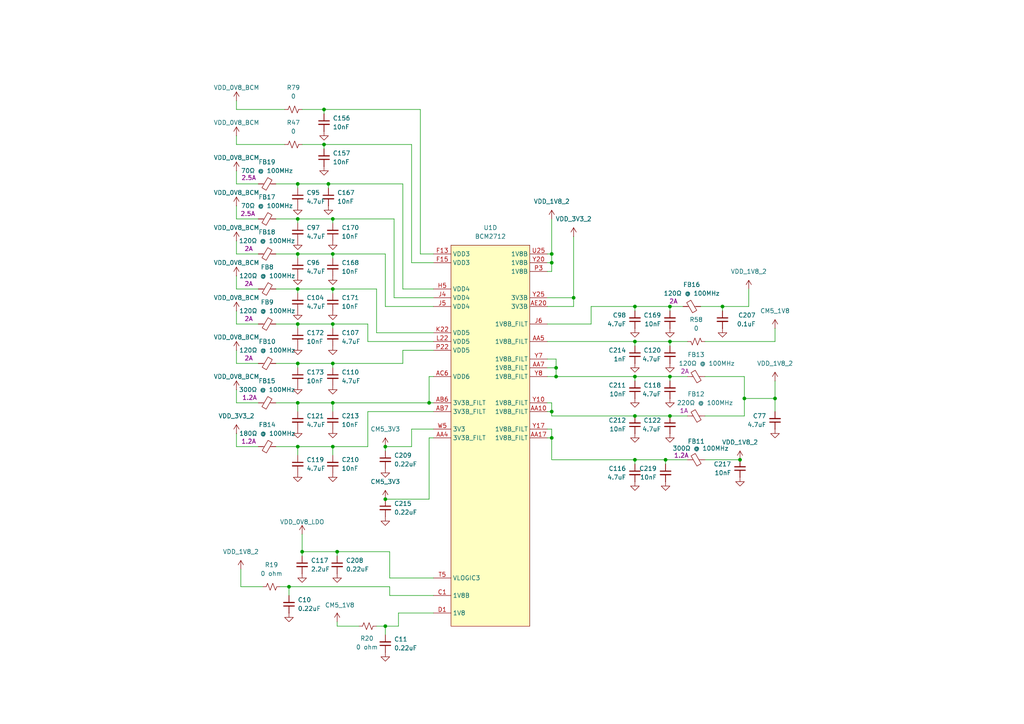
<source format=kicad_sch>
(kicad_sch (version 20250114) (generator "eeschema") (generator_version "9.0")
  (paper "A4")
  (title_block (title "RPi CM5 BCM2712 Other Power") (comment 2 "Guaranteed to be inaccurate") (comment 3 "License: CC BY-SA 4.0 (https://creativecommons.org/licenses/by-sa/4.0/)") (comment 4 "Reverse engineered by Tube Time"))
  (junction (at 184.15 120.65))
  (junction (at 224.79 115.57))
  (junction (at 86.36 105.41))
  (junction (at 209.55 88.9))
  (junction (at 86.36 116.84))
  (junction (at 86.36 129.54))
  (junction (at 93.98 31.75))
  (junction (at 184.15 88.9))
  (junction (at 214.63 133.35))
  (junction (at 184.15 133.35))
  (junction (at 160.02 73.66))
  (junction (at 111.76 129.54))
  (junction (at 86.36 73.66))
  (junction (at 96.52 73.66))
  (junction (at 83.82 170.18))
  (junction (at 97.79 160.02))
  (junction (at 184.15 109.22))
  (junction (at 160.02 119.38))
  (junction (at 111.76 144.78))
  (junction (at 166.37 86.36))
  (junction (at 86.36 53.34))
  (junction (at 96.52 129.54))
  (junction (at 86.36 83.82))
  (junction (at 111.76 181.61))
  (junction (at 93.98 41.91))
  (junction (at 96.52 83.82))
  (junction (at 160.02 127))
  (junction (at 160.02 76.2))
  (junction (at 194.31 99.06))
  (junction (at 161.29 106.68))
  (junction (at 124.46 116.84))
  (junction (at 194.31 109.22))
  (junction (at 184.15 99.06))
  (junction (at 86.36 93.98))
  (junction (at 96.52 105.41))
  (junction (at 161.29 109.22))
  (junction (at 95.25 53.34))
  (junction (at 194.31 88.9))
  (junction (at 215.9 115.57))
  (junction (at 193.04 133.35))
  (junction (at 86.36 63.5))
  (junction (at 96.52 63.5))
  (junction (at 194.31 120.65))
  (junction (at 96.52 116.84))
  (junction (at 96.52 93.98))
  (junction (at 87.63 160.02))
  (wire (pts (xy 80.01 53.34) (xy 86.36 53.34)))
  (wire (pts (xy 109.22 96.52) (xy 109.22 83.82)))
  (wire (pts (xy 106.68 119.38) (xy 125.73 119.38)))
  (wire (pts (xy 215.9 115.57) (xy 215.9 109.22)))
  (wire (pts (xy 194.31 99.06) (xy 184.15 99.06)))
  (wire (pts (xy 194.31 99.06) (xy 194.31 100.33)))
  (wire (pts (xy 86.36 116.84) (xy 86.36 119.38)))
  (wire (pts (xy 194.31 120.65) (xy 184.15 120.65)))
  (wire (pts (xy 68.58 29.21) (xy 68.58 31.75)))
  (wire (pts (xy 193.04 133.35) (xy 193.04 134.62)))
  (wire (pts (xy 111.76 73.66) (xy 96.52 73.66)))
  (wire (pts (xy 81.28 170.18) (xy 83.82 170.18)))
  (wire (pts (xy 115.57 181.61) (xy 115.57 177.8)))
  (wire (pts (xy 194.31 109.22) (xy 194.31 110.49)))
  (wire (pts (xy 119.38 124.46) (xy 125.73 124.46)))
  (wire (pts (xy 158.75 109.22) (xy 161.29 109.22)))
  (wire (pts (xy 158.75 116.84) (xy 160.02 116.84)))
  (wire (pts (xy 68.58 69.85) (xy 68.58 73.66)))
  (wire (pts (xy 160.02 63.5) (xy 160.02 73.66)))
  (wire (pts (xy 86.36 93.98) (xy 86.36 95.25)))
  (wire (pts (xy 68.58 63.5) (xy 74.93 63.5)))
  (wire (pts (xy 83.82 170.18) (xy 83.82 172.72)))
  (wire (pts (xy 194.31 109.22) (xy 184.15 109.22)))
  (wire (pts (xy 93.98 41.91) (xy 119.38 41.91)))
  (wire (pts (xy 97.79 181.61) (xy 104.14 181.61)))
  (wire (pts (xy 68.58 93.98) (xy 74.93 93.98)))
  (wire (pts (xy 68.58 83.82) (xy 74.93 83.82)))
  (wire (pts (xy 93.98 31.75) (xy 121.92 31.75)))
  (wire (pts (xy 199.39 99.06) (xy 194.31 99.06)))
  (wire (pts (xy 96.52 132.08) (xy 96.52 129.54)))
  (wire (pts (xy 158.75 127) (xy 160.02 127)))
  (wire (pts (xy 96.52 93.98) (xy 86.36 93.98)))
  (wire (pts (xy 69.85 165.1) (xy 69.85 170.18)))
  (wire (pts (xy 209.55 88.9) (xy 203.2 88.9)))
  (wire (pts (xy 87.63 160.02) (xy 87.63 161.29)))
  (wire (pts (xy 106.68 129.54) (xy 96.52 129.54)))
  (wire (pts (xy 124.46 109.22) (xy 124.46 116.84)))
  (wire (pts (xy 97.79 160.02) (xy 87.63 160.02)))
  (wire (pts (xy 111.76 181.61) (xy 115.57 181.61)))
  (wire (pts (xy 224.79 95.25) (xy 224.79 99.06)))
  (wire (pts (xy 97.79 161.29) (xy 97.79 160.02)))
  (wire (pts (xy 124.46 127) (xy 125.73 127)))
  (wire (pts (xy 125.73 167.64) (xy 113.03 167.64)))
  (wire (pts (xy 86.36 73.66) (xy 86.36 74.93)))
  (wire (pts (xy 193.04 133.35) (xy 184.15 133.35)))
  (wire (pts (xy 115.57 177.8) (xy 125.73 177.8)))
  (wire (pts (xy 111.76 181.61) (xy 109.22 181.61)))
  (wire (pts (xy 111.76 129.54) (xy 119.38 129.54)))
  (wire (pts (xy 119.38 129.54) (xy 119.38 124.46)))
  (wire (pts (xy 160.02 120.65) (xy 160.02 119.38)))
  (wire (pts (xy 116.84 105.41) (xy 96.52 105.41)))
  (wire (pts (xy 194.31 88.9) (xy 184.15 88.9)))
  (wire (pts (xy 113.03 160.02) (xy 97.79 160.02)))
  (wire (pts (xy 215.9 115.57) (xy 224.79 115.57)))
  (wire (pts (xy 214.63 133.35) (xy 204.47 133.35)))
  (wire (pts (xy 87.63 41.91) (xy 93.98 41.91)))
  (wire (pts (xy 68.58 101.6) (xy 68.58 105.41)))
  (wire (pts (xy 116.84 83.82) (xy 116.84 53.34)))
  (wire (pts (xy 217.17 88.9) (xy 209.55 88.9)))
  (wire (pts (xy 109.22 83.82) (xy 96.52 83.82)))
  (wire (pts (xy 204.47 120.65) (xy 215.9 120.65)))
  (wire (pts (xy 158.75 104.14) (xy 161.29 104.14)))
  (wire (pts (xy 86.36 116.84) (xy 96.52 116.84)))
  (wire (pts (xy 166.37 68.58) (xy 166.37 86.36)))
  (wire (pts (xy 106.68 93.98) (xy 96.52 93.98)))
  (wire (pts (xy 199.39 133.35) (xy 193.04 133.35)))
  (wire (pts (xy 113.03 167.64) (xy 113.03 160.02)))
  (wire (pts (xy 209.55 90.17) (xy 209.55 88.9)))
  (wire (pts (xy 87.63 154.94) (xy 87.63 160.02)))
  (wire (pts (xy 86.36 54.61) (xy 86.36 53.34)))
  (wire (pts (xy 68.58 49.53) (xy 68.58 53.34)))
  (wire (pts (xy 199.39 109.22) (xy 194.31 109.22)))
  (wire (pts (xy 80.01 129.54) (xy 86.36 129.54)))
  (wire (pts (xy 160.02 127) (xy 160.02 133.35)))
  (wire (pts (xy 224.79 99.06) (xy 204.47 99.06)))
  (wire (pts (xy 184.15 90.17) (xy 184.15 88.9)))
  (wire (pts (xy 171.45 88.9) (xy 184.15 88.9)))
  (wire (pts (xy 86.36 106.68) (xy 86.36 105.41)))
  (wire (pts (xy 199.39 120.65) (xy 194.31 120.65)))
  (wire (pts (xy 80.01 116.84) (xy 86.36 116.84)))
  (wire (pts (xy 158.75 99.06) (xy 184.15 99.06)))
  (wire (pts (xy 125.73 83.82) (xy 116.84 83.82)))
  (wire (pts (xy 68.58 41.91) (xy 68.58 39.37)))
  (wire (pts (xy 224.79 110.49) (xy 224.79 115.57)))
  (wire (pts (xy 68.58 125.73) (xy 68.58 129.54)))
  (wire (pts (xy 68.58 73.66) (xy 74.93 73.66)))
  (wire (pts (xy 97.79 180.34) (xy 97.79 181.61)))
  (wire (pts (xy 215.9 120.65) (xy 215.9 115.57)))
  (wire (pts (xy 158.75 88.9) (xy 166.37 88.9)))
  (wire (pts (xy 158.75 78.74) (xy 160.02 78.74)))
  (wire (pts (xy 96.52 106.68) (xy 96.52 105.41)))
  (wire (pts (xy 96.52 73.66) (xy 96.52 74.93)))
  (wire (pts (xy 158.75 76.2) (xy 160.02 76.2)))
  (wire (pts (xy 86.36 73.66) (xy 96.52 73.66)))
  (wire (pts (xy 198.12 88.9) (xy 194.31 88.9)))
  (wire (pts (xy 224.79 115.57) (xy 224.79 119.38)))
  (wire (pts (xy 86.36 105.41) (xy 80.01 105.41)))
  (wire (pts (xy 86.36 129.54) (xy 96.52 129.54)))
  (wire (pts (xy 184.15 100.33) (xy 184.15 99.06)))
  (wire (pts (xy 68.58 113.03) (xy 68.58 116.84)))
  (wire (pts (xy 95.25 54.61) (xy 95.25 53.34)))
  (wire (pts (xy 68.58 105.41) (xy 74.93 105.41)))
  (wire (pts (xy 68.58 90.17) (xy 68.58 93.98)))
  (wire (pts (xy 160.02 120.65) (xy 184.15 120.65)))
  (wire (pts (xy 166.37 86.36) (xy 166.37 88.9)))
  (wire (pts (xy 184.15 110.49) (xy 184.15 109.22)))
  (wire (pts (xy 80.01 63.5) (xy 86.36 63.5)))
  (wire (pts (xy 125.73 109.22) (xy 124.46 109.22)))
  (wire (pts (xy 217.17 83.82) (xy 217.17 88.9)))
  (wire (pts (xy 93.98 41.91) (xy 93.98 43.18)))
  (wire (pts (xy 68.58 53.34) (xy 74.93 53.34)))
  (wire (pts (xy 111.76 129.54) (xy 111.76 130.81)))
  (wire (pts (xy 111.76 144.78) (xy 124.46 144.78)))
  (wire (pts (xy 158.75 124.46) (xy 160.02 124.46)))
  (wire (pts (xy 113.03 170.18) (xy 83.82 170.18)))
  (wire (pts (xy 160.02 76.2) (xy 160.02 73.66)))
  (wire (pts (xy 125.73 96.52) (xy 109.22 96.52)))
  (wire (pts (xy 119.38 76.2) (xy 125.73 76.2)))
  (wire (pts (xy 96.52 64.77) (xy 96.52 63.5)))
  (wire (pts (xy 204.47 109.22) (xy 215.9 109.22)))
  (wire (pts (xy 121.92 31.75) (xy 121.92 73.66)))
  (wire (pts (xy 160.02 133.35) (xy 184.15 133.35)))
  (wire (pts (xy 160.02 78.74) (xy 160.02 76.2)))
  (wire (pts (xy 87.63 31.75) (xy 93.98 31.75)))
  (wire (pts (xy 80.01 83.82) (xy 86.36 83.82)))
  (wire (pts (xy 184.15 134.62) (xy 184.15 133.35)))
  (wire (pts (xy 125.73 101.6) (xy 116.84 101.6)))
  (wire (pts (xy 171.45 93.98) (xy 171.45 88.9)))
  (wire (pts (xy 116.84 53.34) (xy 95.25 53.34)))
  (wire (pts (xy 111.76 88.9) (xy 111.76 73.66)))
  (wire (pts (xy 69.85 170.18) (xy 76.2 170.18)))
  (wire (pts (xy 106.68 129.54) (xy 106.68 119.38)))
  (wire (pts (xy 113.03 172.72) (xy 113.03 170.18)))
  (wire (pts (xy 114.3 86.36) (xy 125.73 86.36)))
  (wire (pts (xy 121.92 73.66) (xy 125.73 73.66)))
  (wire (pts (xy 96.52 95.25) (xy 96.52 93.98)))
  (wire (pts (xy 68.58 59.69) (xy 68.58 63.5)))
  (wire (pts (xy 80.01 73.66) (xy 86.36 73.66)))
  (wire (pts (xy 68.58 80.01) (xy 68.58 83.82)))
  (wire (pts (xy 86.36 83.82) (xy 96.52 83.82)))
  (wire (pts (xy 161.29 104.14) (xy 161.29 106.68)))
  (wire (pts (xy 96.52 116.84) (xy 124.46 116.84)))
  (wire (pts (xy 116.84 101.6) (xy 116.84 105.41)))
  (wire (pts (xy 68.58 41.91) (xy 82.55 41.91)))
  (wire (pts (xy 68.58 31.75) (xy 82.55 31.75)))
  (wire (pts (xy 96.52 85.09) (xy 96.52 83.82)))
  (wire (pts (xy 125.73 88.9) (xy 111.76 88.9)))
  (wire (pts (xy 96.52 119.38) (xy 96.52 116.84)))
  (wire (pts (xy 125.73 172.72) (xy 113.03 172.72)))
  (wire (pts (xy 158.75 119.38) (xy 160.02 119.38)))
  (wire (pts (xy 119.38 41.91) (xy 119.38 76.2)))
  (wire (pts (xy 111.76 184.15) (xy 111.76 181.61)))
  (wire (pts (xy 86.36 53.34) (xy 95.25 53.34)))
  (wire (pts (xy 86.36 83.82) (xy 86.36 85.09)))
  (wire (pts (xy 161.29 106.68) (xy 158.75 106.68)))
  (wire (pts (xy 96.52 105.41) (xy 86.36 105.41)))
  (wire (pts (xy 158.75 93.98) (xy 171.45 93.98)))
  (wire (pts (xy 194.31 88.9) (xy 194.31 90.17)))
  (wire (pts (xy 106.68 99.06) (xy 106.68 93.98)))
  (wire (pts (xy 86.36 63.5) (xy 96.52 63.5)))
  (wire (pts (xy 68.58 129.54) (xy 74.93 129.54)))
  (wire (pts (xy 86.36 129.54) (xy 86.36 132.08)))
  (wire (pts (xy 86.36 63.5) (xy 86.36 64.77)))
  (wire (pts (xy 125.73 99.06) (xy 106.68 99.06)))
  (wire (pts (xy 160.02 73.66) (xy 158.75 73.66)))
  (wire (pts (xy 160.02 124.46) (xy 160.02 127)))
  (wire (pts (xy 80.01 93.98) (xy 86.36 93.98)))
  (wire (pts (xy 161.29 109.22) (xy 184.15 109.22)))
  (wire (pts (xy 114.3 63.5) (xy 114.3 86.36)))
  (wire (pts (xy 161.29 106.68) (xy 161.29 109.22)))
  (wire (pts (xy 68.58 116.84) (xy 74.93 116.84)))
  (wire (pts (xy 124.46 116.84) (xy 125.73 116.84)))
  (wire (pts (xy 160.02 116.84) (xy 160.02 119.38)))
  (wire (pts (xy 158.75 86.36) (xy 166.37 86.36)))
  (wire (pts (xy 96.52 63.5) (xy 114.3 63.5)))
  (wire (pts (xy 93.98 31.75) (xy 93.98 33.02)))
  (wire (pts (xy 124.46 144.78) (xy 124.46 127)))
  (symbol (lib_id "Device:FerriteBead_Small") (at 200.66 88.9 90) (mirror x) (unit 1)
    (property "Reference" "FB16" (at 200.6219 82.55 90))
    (property "Value" "120Ω @ 100MHz" (at 200.6219 85.09 90))
    (property "Footprint" "Inductor_SMD:L_0402_1005Metric" (effects (hide yes)))
    (property "Description" "Ferrite bead, small symbol" (effects (hide yes)))
    (property "Rating" "2A" (at 195.326 87.376 90))
  )
  (symbol (lib_id "power:GND") (at 83.82 177.8 0) (unit 1)
    (property "Reference" "#PWR0311" (effects (hide yes)))
    (property "Value" "GND" (effects (hide yes)))
    (property "Description" "Power symbol creates a global label with name \"GND\" , ground" (effects (hide yes)))
  )
  (symbol (lib_id "power:GND") (at 96.52 80.01 0) (unit 1)
    (property "Reference" "#PWR0282" (effects (hide yes)))
    (property "Value" "GND" (effects (hide yes)))
    (property "Description" "Power symbol creates a global label with name \"GND\" , ground" (effects (hide yes)))
  )
  (symbol (lib_id "power:GND") (at 184.15 95.25 0) (mirror y) (unit 1)
    (property "Reference" "#PWR0286" (effects (hide yes)))
    (property "Value" "GND" (effects (hide yes)))
    (property "Description" "Power symbol creates a global label with name \"GND\" , ground" (effects (hide yes)))
  )
  (symbol (lib_id "Device:C_Small") (at 86.36 87.63 180) (unit 1)
    (property "Reference" "C104" (at 88.9 86.3535 0) (effects (justify right)))
    (property "Value" "4.7uF" (at 88.9 88.8935 0) (effects (justify right)))
    (property "Footprint" "Capacitor_SMD:C_0402_1005Metric" (effects (hide yes)))
  )
  (symbol (lib_id "Device:C_Small") (at 96.52 77.47 0) (unit 1)
    (property "Reference" "C168" (at 99.06 76.2062 0) (effects (justify left)))
    (property "Value" "10nF" (at 99.06 78.7462 0) (effects (justify left)))
    (property "Footprint" "Capacitor_SMD:C_0201_0603Metric" (effects (hide yes)))
  )
  (symbol (lib_id "power:GND") (at 194.31 125.73 0) (mirror y) (unit 1)
    (property "Reference" "#PWR0295" (effects (hide yes)))
    (property "Value" "GND" (effects (hide yes)))
    (property "Description" "Power symbol creates a global label with name \"GND\" , ground" (effects (hide yes)))
  )
  (symbol (lib_id "power:GND") (at 86.36 59.69 0) (unit 1)
    (property "Reference" "#PWR0279" (effects (hide yes)))
    (property "Value" "GND" (effects (hide yes)))
    (property "Description" "Power symbol creates a global label with name \"GND\" , ground" (effects (hide yes)))
  )
  (symbol (lib_id "power:GND") (at 86.36 69.85 0) (unit 1)
    (property "Reference" "#PWR0283" (effects (hide yes)))
    (property "Value" "GND" (effects (hide yes)))
    (property "Description" "Power symbol creates a global label with name \"GND\" , ground" (effects (hide yes)))
  )
  (symbol (lib_id "Device:C_Small") (at 184.15 123.19 0) (mirror x) (unit 1)
    (property "Reference" "C212" (at 181.61 121.9135 0) (effects (justify right)))
    (property "Value" "10nF" (at 181.61 124.4535 0) (effects (justify right)))
    (property "Footprint" "Capacitor_SMD:C_0201_0603Metric" (effects (hide yes)))
  )
  (symbol (lib_id "power:+5V") (at 160.02 63.5 0) (unit 1)
    (property "Reference" "#PWR0452" (effects (hide yes)))
    (property "Value" "VDD_1V8_2" (at 160.02 58.42 0))
    (property "Description" "Power symbol creates a global label with name \"+5V\"" (effects (hide yes)))
  )
  (symbol (lib_id "Device:C_Small") (at 93.98 45.72 180) (unit 1)
    (property "Reference" "C157" (at 96.52 44.4435 0) (effects (justify right)))
    (property "Value" "10nF" (at 96.52 46.9835 0) (effects (justify right)))
    (property "Footprint" "Capacitor_SMD:C_0201_0603Metric" (effects (hide yes)))
  )
  (symbol (lib_id "Device:C_Small") (at 96.52 67.31 180) (unit 1)
    (property "Reference" "C170" (at 99.06 66.0335 0) (effects (justify right)))
    (property "Value" "10nF" (at 99.06 68.5735 0) (effects (justify right)))
    (property "Footprint" "Capacitor_SMD:C_0201_0603Metric" (effects (hide yes)))
  )
  (symbol (lib_id "power:GND") (at 86.36 80.01 0) (unit 1)
    (property "Reference" "#PWR0281" (effects (hide yes)))
    (property "Value" "GND" (effects (hide yes)))
    (property "Description" "Power symbol creates a global label with name \"GND\" , ground" (effects (hide yes)))
  )
  (symbol (lib_id "Device:C_Small") (at 86.36 109.22 0) (unit 1)
    (property "Reference" "C173" (at 88.9 107.9562 0) (effects (justify left)))
    (property "Value" "10nF" (at 88.9 110.4962 0) (effects (justify left)))
    (property "Footprint" "Capacitor_SMD:C_0201_0603Metric" (effects (hide yes)))
  )
  (symbol (lib_id "Device:C_Small") (at 96.52 109.22 0) (unit 1)
    (property "Reference" "C110" (at 99.06 107.9562 0) (effects (justify left)))
    (property "Value" "4.7uF" (at 99.06 110.4962 0) (effects (justify left)))
    (property "Footprint" "Capacitor_SMD:C_0402_1005Metric" (effects (hide yes)))
  )
  (symbol (lib_id "power:+5V") (at 68.58 113.03 0) (unit 1)
    (property "Reference" "#PWR0305" (effects (hide yes)))
    (property "Value" "VDD_0V8_BCM" (at 68.58 109.22 0))
    (property "Description" "Power symbol creates a global label with name \"+5V\"" (effects (hide yes)))
  )
  (symbol (lib_id "power:+5V") (at 68.58 101.6 0) (unit 1)
    (property "Reference" "#PWR0271" (effects (hide yes)))
    (property "Value" "VDD_0V8_BCM" (at 68.58 97.79 0))
    (property "Description" "Power symbol creates a global label with name \"+5V\"" (effects (hide yes)))
  )
  (symbol (lib_id "power:+5V") (at 68.58 59.69 0) (unit 1)
    (property "Reference" "#PWR0278" (effects (hide yes)))
    (property "Value" "VDD_0V8_BCM" (at 68.58 55.88 0))
    (property "Description" "Power symbol creates a global label with name \"+5V\"" (effects (hide yes)))
  )
  (symbol (lib_id "power:GND") (at 194.31 105.41 0) (mirror y) (unit 1)
    (property "Reference" "#PWR0299" (effects (hide yes)))
    (property "Value" "GND" (effects (hide yes)))
    (property "Description" "Power symbol creates a global label with name \"GND\" , ground" (effects (hide yes)))
  )
  (symbol (lib_id "power:GND") (at 96.52 111.76 0) (unit 1)
    (property "Reference" "#PWR0273" (effects (hide yes)))
    (property "Value" "GND" (effects (hide yes)))
    (property "Description" "Power symbol creates a global label with name \"GND\" , ground" (effects (hide yes)))
  )
  (symbol (lib_id "Device:C_Small") (at 184.15 137.16 0) (mirror y) (unit 1)
    (property "Reference" "C116" (at 181.61 135.8962 0) (effects (justify left)))
    (property "Value" "4.7uF" (at 181.61 138.4362 0) (effects (justify left)))
    (property "Footprint" "Capacitor_SMD:C_0402_1005Metric" (effects (hide yes)))
  )
  (symbol (lib_id "power:+5V") (at 68.58 39.37 0) (unit 1)
    (property "Reference" "#PWR0429" (effects (hide yes)))
    (property "Value" "VDD_0V8_BCM" (at 68.58 35.56 0))
    (property "Description" "Power symbol creates a global label with name \"+5V\"" (effects (hide yes)))
  )
  (symbol (lib_id "power:GND") (at 96.52 69.85 0) (unit 1)
    (property "Reference" "#PWR0284" (effects (hide yes)))
    (property "Value" "GND" (effects (hide yes)))
    (property "Description" "Power symbol creates a global label with name \"GND\" , ground" (effects (hide yes)))
  )
  (symbol (lib_id "Device:C_Small") (at 86.36 134.62 0) (unit 1)
    (property "Reference" "C119" (at 88.9 133.3562 0) (effects (justify left)))
    (property "Value" "4.7uF" (at 88.9 135.8962 0) (effects (justify left)))
    (property "Footprint" "Capacitor_SMD:C_0402_1005Metric" (effects (hide yes)))
  )
  (symbol (lib_id "Device:C_Small") (at 86.36 97.79 0) (unit 1)
    (property "Reference" "C172" (at 88.9 96.5262 0) (effects (justify left)))
    (property "Value" "10nF" (at 88.9 99.0662 0) (effects (justify left)))
    (property "Footprint" "Capacitor_SMD:C_0201_0603Metric" (effects (hide yes)))
  )
  (symbol (lib_id "power:GND") (at 96.52 90.17 0) (unit 1)
    (property "Reference" "#PWR0266" (effects (hide yes)))
    (property "Value" "GND" (effects (hide yes)))
    (property "Description" "Power symbol creates a global label with name \"GND\" , ground" (effects (hide yes)))
  )
  (symbol (lib_id "power:GND") (at 193.04 139.7 0) (mirror y) (unit 1)
    (property "Reference" "#PWR0211" (effects (hide yes)))
    (property "Value" "GND" (effects (hide yes)))
    (property "Description" "Power symbol creates a global label with name \"GND\" , ground" (effects (hide yes)))
  )
  (symbol (lib_id "power:GND") (at 96.52 124.46 0) (unit 1)
    (property "Reference" "#PWR0298" (effects (hide yes)))
    (property "Value" "GND" (effects (hide yes)))
    (property "Description" "Power symbol creates a global label with name \"GND\" , ground" (effects (hide yes)))
  )
  (symbol (lib_id "Device:C_Small") (at 214.63 135.89 0) (mirror x) (unit 1)
    (property "Reference" "C217" (at 212.09 134.6135 0) (effects (justify right)))
    (property "Value" "10nF" (at 212.09 137.1535 0) (effects (justify right)))
    (property "Footprint" "Capacitor_SMD:C_0201_0603Metric" (effects (hide yes)))
  )
  (symbol (lib_id "CM5:BCM2712") (at 130.81 71.12 0) (unit 4)
    (property "Reference" "U1" (at 142.24 66.04 0))
    (property "Value" "BCM2712" (at 142.24 68.58 0))
    (property "Footprint" "Active:BGA-586_25x25_17.0x17.0mm" (effects (hide yes)))
  )
  (symbol (lib_id "power:+5V") (at 87.63 154.94 0) (unit 1)
    (property "Reference" "#PWR0425" (effects (hide yes)))
    (property "Value" "VDD_0V8_LDO" (at 87.63 151.384 0))
    (property "Description" "Power symbol creates a global label with name \"+5V\"" (effects (hide yes)))
  )
  (symbol (lib_id "Device:C_Small") (at 95.25 57.15 0) (unit 1)
    (property "Reference" "C167" (at 97.79 55.8862 0) (effects (justify left)))
    (property "Value" "10nF" (at 97.79 58.4262 0) (effects (justify left)))
    (property "Footprint" "Capacitor_SMD:C_0201_0603Metric" (effects (hide yes)))
  )
  (symbol (lib_id "Device:C_Small") (at 86.36 121.92 0) (unit 1)
    (property "Reference" "C121" (at 88.9 120.6562 0) (effects (justify left)))
    (property "Value" "4.7uF" (at 88.9 123.1962 0) (effects (justify left)))
    (property "Footprint" "Capacitor_SMD:C_0402_1005Metric" (effects (hide yes)))
  )
  (symbol (lib_id "power:GND") (at 194.31 95.25 0) (mirror y) (unit 1)
    (property "Reference" "#PWR0285" (effects (hide yes)))
    (property "Value" "GND" (effects (hide yes)))
    (property "Description" "Power symbol creates a global label with name \"GND\" , ground" (effects (hide yes)))
  )
  (symbol (lib_id "power:GND") (at 93.98 38.1 0) (unit 1)
    (property "Reference" "#PWR0360" (effects (hide yes)))
    (property "Value" "GND" (effects (hide yes)))
    (property "Description" "Power symbol creates a global label with name \"GND\" , ground" (effects (hide yes)))
  )
  (symbol (lib_id "power:GND") (at 86.36 90.17 0) (unit 1)
    (property "Reference" "#PWR0265" (effects (hide yes)))
    (property "Value" "GND" (effects (hide yes)))
    (property "Description" "Power symbol creates a global label with name \"GND\" , ground" (effects (hide yes)))
  )
  (symbol (lib_id "power:GND") (at 194.31 115.57 0) (mirror y) (unit 1)
    (property "Reference" "#PWR0293" (effects (hide yes)))
    (property "Value" "GND" (effects (hide yes)))
    (property "Description" "Power symbol creates a global label with name \"GND\" , ground" (effects (hide yes)))
  )
  (symbol (lib_id "power:+3.3V") (at 111.76 129.54 0) (unit 1)
    (property "Reference" "#PWR0301" (effects (hide yes)))
    (property "Value" "CM5_3V3" (at 111.76 124.46 0))
    (property "Description" "Power symbol creates a global label with name \"+3.3V\"" (effects (hide yes)))
  )
  (symbol (lib_id "power:GND") (at 209.55 95.25 0) (mirror y) (unit 1)
    (property "Reference" "#PWR0287" (effects (hide yes)))
    (property "Value" "GND" (effects (hide yes)))
    (property "Description" "Power symbol creates a global label with name \"GND\" , ground" (effects (hide yes)))
  )
  (symbol (lib_id "Device:FerriteBead_Small") (at 201.93 109.22 90) (mirror x) (unit 1)
    (property "Reference" "FB13" (at 201.8919 102.87 90))
    (property "Value" "120Ω @ 100MHz" (at 204.978 105.41 90))
    (property "Footprint" "Inductor_SMD:L_0402_1005Metric" (effects (hide yes)))
    (property "Description" "Ferrite bead, small symbol" (effects (hide yes)))
    (property "Rating" "2A" (at 198.628 107.696 90))
  )
  (symbol (lib_id "power:+5V") (at 224.79 110.49 0) (mirror y) (unit 1)
    (property "Reference" "#PWR0307" (effects (hide yes)))
    (property "Value" "VDD_1V8_2" (at 224.79 105.41 0))
    (property "Description" "Power symbol creates a global label with name \"+5V\"" (effects (hide yes)))
  )
  (symbol (lib_id "Device:C_Small") (at 184.15 113.03 0) (mirror x) (unit 1)
    (property "Reference" "C211" (at 181.61 111.7535 0) (effects (justify right)))
    (property "Value" "10nF" (at 181.61 114.2935 0) (effects (justify right)))
    (property "Footprint" "Capacitor_SMD:C_0201_0603Metric" (effects (hide yes)))
  )
  (symbol (lib_id "Device:C_Small") (at 194.31 113.03 0) (mirror x) (unit 1)
    (property "Reference" "C118" (at 191.77 111.7535 0) (effects (justify right)))
    (property "Value" "4.7uF" (at 191.77 114.2935 0) (effects (justify right)))
    (property "Footprint" "Capacitor_SMD:C_0402_1005Metric" (effects (hide yes)))
  )
  (symbol (lib_id "Device:C_Small") (at 184.15 102.87 0) (mirror y) (unit 1)
    (property "Reference" "C214" (at 181.61 101.6062 0) (effects (justify left)))
    (property "Value" "1nF" (at 181.61 104.1462 0) (effects (justify left)))
    (property "Footprint" "Capacitor_SMD:C_0201_0603Metric" (effects (hide yes)))
  )
  (symbol (lib_id "power:GND") (at 86.36 137.16 0) (unit 1)
    (property "Reference" "#PWR0296" (effects (hide yes)))
    (property "Value" "GND" (effects (hide yes)))
    (property "Description" "Power symbol creates a global label with name \"GND\" , ground" (effects (hide yes)))
  )
  (symbol (lib_id "Device:C_Small") (at 194.31 92.71 0) (mirror x) (unit 1)
    (property "Reference" "C169" (at 191.77 91.4335 0) (effects (justify right)))
    (property "Value" "10nF" (at 191.77 93.9735 0) (effects (justify right)))
    (property "Footprint" "Capacitor_SMD:C_0201_0603Metric" (effects (hide yes)))
  )
  (symbol (lib_id "Device:R_Small_US") (at 201.93 99.06 90) (mirror x) (unit 1)
    (property "Reference" "R58" (at 201.93 92.71 90))
    (property "Value" "0" (at 201.93 95.25 90))
    (property "Footprint" "Resistor_SMD:R_0201_0603Metric" (effects (hide yes)))
  )
  (symbol (lib_id "power:GND") (at 111.76 149.86 0) (unit 1)
    (property "Reference" "#PWR0303" (effects (hide yes)))
    (property "Value" "GND" (effects (hide yes)))
    (property "Description" "Power symbol creates a global label with name \"GND\" , ground" (effects (hide yes)))
  )
  (symbol (lib_id "Device:C_Small") (at 86.36 77.47 180) (unit 1)
    (property "Reference" "C96" (at 88.9 76.1935 0) (effects (justify right)))
    (property "Value" "4.7uF" (at 88.9 78.7335 0) (effects (justify right)))
    (property "Footprint" "Capacitor_SMD:C_0402_1005Metric" (effects (hide yes)))
  )
  (symbol (lib_id "power:+5V") (at 69.85 165.1 0) (unit 1)
    (property "Reference" "#PWR0310" (effects (hide yes)))
    (property "Value" "VDD_1V8_2" (at 69.85 160.02 0))
    (property "Description" "Power symbol creates a global label with name \"+5V\"" (effects (hide yes)))
  )
  (symbol (lib_id "Device:C_Small") (at 93.98 35.56 0) (unit 1)
    (property "Reference" "C156" (at 96.52 34.2962 0) (effects (justify left)))
    (property "Value" "10nF" (at 96.52 36.8362 0) (effects (justify left)))
    (property "Footprint" "Capacitor_SMD:C_0201_0603Metric" (effects (hide yes)))
  )
  (symbol (lib_id "power:GND") (at 224.79 124.46 0) (mirror y) (unit 1)
    (property "Reference" "#PWR0309" (effects (hide yes)))
    (property "Value" "GND" (effects (hide yes)))
    (property "Description" "Power symbol creates a global label with name \"GND\" , ground" (effects (hide yes)))
  )
  (symbol (lib_id "Device:R_Small_US") (at 85.09 31.75 270) (unit 1)
    (property "Reference" "R79" (at 85.09 25.4 90))
    (property "Value" "0" (at 85.09 27.94 90))
    (property "Footprint" "Resistor_SMD:R_0201_0603Metric" (effects (hide yes)))
  )
  (symbol (lib_id "Device:FerriteBead_Small") (at 77.47 63.5 90) (unit 1)
    (property "Reference" "FB17" (at 77.4319 57.15 90))
    (property "Value" "70Ω @ 100MHz" (at 77.4319 59.69 90))
    (property "Footprint" "Inductor_SMD:L_0402_1005Metric" (effects (hide yes)))
    (property "Description" "Ferrite bead, small symbol" (effects (hide yes)))
    (property "Rating" "2.5A" (at 71.882 61.976 90))
  )
  (symbol (lib_id "Device:C_Small") (at 111.76 133.35 0) (unit 1)
    (property "Reference" "C209" (at 114.3 132.0862 0) (effects (justify left)))
    (property "Value" "0.22uF" (at 114.3 134.6262 0) (effects (justify left)))
    (property "Footprint" "Capacitor_SMD:C_0201_0603Metric" (effects (hide yes)))
  )
  (symbol (lib_id "power:+3.3V") (at 111.76 144.78 0) (unit 1)
    (property "Reference" "#PWR0302" (effects (hide yes)))
    (property "Value" "CM5_3V3" (at 111.76 139.7 0))
    (property "Description" "Power symbol creates a global label with name \"+3.3V\"" (effects (hide yes)))
  )
  (symbol (lib_id "power:+5V") (at 224.79 95.25 0) (mirror y) (unit 1)
    (property "Reference" "#PWR0304" (effects (hide yes)))
    (property "Value" "CM5_1V8" (at 224.79 90.17 0))
    (property "Description" "Power symbol creates a global label with name \"+5V\"" (effects (hide yes)))
  )
  (symbol (lib_id "power:GND") (at 86.36 100.33 0) (unit 1)
    (property "Reference" "#PWR0269" (effects (hide yes)))
    (property "Value" "GND" (effects (hide yes)))
    (property "Description" "Power symbol creates a global label with name \"GND\" , ground" (effects (hide yes)))
  )
  (symbol (lib_id "Device:C_Small") (at 97.79 163.83 0) (unit 1)
    (property "Reference" "C208" (at 100.33 162.5662 0) (effects (justify left)))
    (property "Value" "0.22uF" (at 100.33 165.1062 0) (effects (justify left)))
    (property "Footprint" "Capacitor_SMD:C_0201_0603Metric" (effects (hide yes)))
  )
  (symbol (lib_id "power:GND") (at 93.98 48.26 0) (unit 1)
    (property "Reference" "#PWR0352" (effects (hide yes)))
    (property "Value" "GND" (effects (hide yes)))
    (property "Description" "Power symbol creates a global label with name \"GND\" , ground" (effects (hide yes)))
  )
  (symbol (lib_id "Device:FerriteBead_Small") (at 77.47 93.98 270) (unit 1)
    (property "Reference" "FB9" (at 77.5081 87.63 90))
    (property "Value" "120Ω @ 100MHz" (at 77.5081 90.17 90))
    (property "Footprint" "Inductor_SMD:L_0402_1005Metric" (effects (hide yes)))
    (property "Description" "Ferrite bead, small symbol" (effects (hide yes)))
    (property "Rating" "2A" (at 72.136 92.456 90))
  )
  (symbol (lib_id "Device:C_Small") (at 111.76 147.32 0) (unit 1)
    (property "Reference" "C215" (at 114.3 146.0562 0) (effects (justify left)))
    (property "Value" "0.22uF" (at 114.3 148.5962 0) (effects (justify left)))
    (property "Footprint" "Capacitor_SMD:C_0201_0603Metric" (effects (hide yes)))
  )
  (symbol (lib_id "power:+5V") (at 217.17 83.82 0) (mirror y) (unit 1)
    (property "Reference" "#PWR0308" (effects (hide yes)))
    (property "Value" "VDD_1V8_2" (at 217.17 78.74 0))
    (property "Description" "Power symbol creates a global label with name \"+5V\"" (effects (hide yes)))
  )
  (symbol (lib_id "Device:C_Small") (at 83.82 175.26 180) (unit 1)
    (property "Reference" "C10" (at 86.36 173.9835 0) (effects (justify right)))
    (property "Value" "0.22uF" (at 86.36 176.5235 0) (effects (justify right)))
    (property "Footprint" "Capacitor_SMD:C_0201_0603Metric" (effects (hide yes)))
  )
  (symbol (lib_id "power:GND") (at 214.63 138.43 0) (mirror y) (unit 1)
    (property "Reference" "#PWR0210" (effects (hide yes)))
    (property "Value" "GND" (effects (hide yes)))
    (property "Description" "Power symbol creates a global label with name \"GND\" , ground" (effects (hide yes)))
  )
  (symbol (lib_id "power:+5V") (at 68.58 125.73 0) (unit 1)
    (property "Reference" "#PWR0306" (effects (hide yes)))
    (property "Value" "VDD_3V3_2" (at 68.58 120.65 0))
    (property "Description" "Power symbol creates a global label with name \"+5V\"" (effects (hide yes)))
  )
  (symbol (lib_id "power:+5V") (at 68.58 90.17 0) (unit 1)
    (property "Reference" "#PWR0268" (effects (hide yes)))
    (property "Value" "VDD_0V8_BCM" (at 68.58 86.36 0))
    (property "Description" "Power symbol creates a global label with name \"+5V\"" (effects (hide yes)))
  )
  (symbol (lib_id "power:+5V") (at 68.58 69.85 0) (unit 1)
    (property "Reference" "#PWR0277" (effects (hide yes)))
    (property "Value" "VDD_0V8_BCM" (at 68.58 66.04 0))
    (property "Description" "Power symbol creates a global label with name \"+5V\"" (effects (hide yes)))
  )
  (symbol (lib_id "Device:C_Small") (at 96.52 134.62 180) (unit 1)
    (property "Reference" "C210" (at 99.06 133.3435 0) (effects (justify right)))
    (property "Value" "10nF" (at 99.06 135.8835 0) (effects (justify right)))
    (property "Footprint" "Capacitor_SMD:C_0201_0603Metric" (effects (hide yes)))
  )
  (symbol (lib_id "power:GND") (at 86.36 124.46 0) (unit 1)
    (property "Reference" "#PWR0297" (effects (hide yes)))
    (property "Value" "GND" (effects (hide yes)))
    (property "Description" "Power symbol creates a global label with name \"GND\" , ground" (effects (hide yes)))
  )
  (symbol (lib_id "Device:FerriteBead_Small") (at 77.47 105.41 270) (unit 1)
    (property "Reference" "FB10" (at 77.5081 99.06 90))
    (property "Value" "120Ω @ 100MHz" (at 77.5081 101.6 90))
    (property "Footprint" "Inductor_SMD:L_0402_1005Metric" (effects (hide yes)))
    (property "Description" "Ferrite bead, small symbol" (effects (hide yes)))
    (property "Rating" "2A" (at 72.136 103.886 90))
  )
  (symbol (lib_id "Device:C_Small") (at 194.31 123.19 0) (mirror y) (unit 1)
    (property "Reference" "C122" (at 191.77 121.9262 0) (effects (justify left)))
    (property "Value" "4.7uF" (at 191.77 124.4662 0) (effects (justify left)))
    (property "Footprint" "Capacitor_SMD:C_0402_1005Metric" (effects (hide yes)))
  )
  (symbol (lib_id "Device:C_Small") (at 224.79 121.92 0) (mirror x) (unit 1)
    (property "Reference" "C77" (at 222.25 120.6435 0) (effects (justify right)))
    (property "Value" "4.7uF" (at 222.25 123.1835 0) (effects (justify right)))
    (property "Footprint" "Capacitor_SMD:C_0402_1005Metric" (effects (hide yes)))
  )
  (symbol (lib_id "power:GND") (at 184.15 115.57 0) (mirror y) (unit 1)
    (property "Reference" "#PWR0292" (effects (hide yes)))
    (property "Value" "GND" (effects (hide yes)))
    (property "Description" "Power symbol creates a global label with name \"GND\" , ground" (effects (hide yes)))
  )
  (symbol (lib_id "power:GND") (at 111.76 135.89 0) (unit 1)
    (property "Reference" "#PWR0290" (effects (hide yes)))
    (property "Value" "GND" (effects (hide yes)))
    (property "Description" "Power symbol creates a global label with name \"GND\" , ground" (effects (hide yes)))
  )
  (symbol (lib_id "power:GND") (at 95.25 59.69 0) (unit 1)
    (property "Reference" "#PWR0280" (effects (hide yes)))
    (property "Value" "GND" (effects (hide yes)))
    (property "Description" "Power symbol creates a global label with name \"GND\" , ground" (effects (hide yes)))
  )
  (symbol (lib_id "Device:C_Small") (at 111.76 186.69 180) (unit 1)
    (property "Reference" "C11" (at 114.3 185.4135 0) (effects (justify right)))
    (property "Value" "0.22uF" (at 114.3 187.9535 0) (effects (justify right)))
    (property "Footprint" "Capacitor_SMD:C_0201_0603Metric" (effects (hide yes)))
  )
  (symbol (lib_id "power:GND") (at 184.15 125.73 0) (mirror y) (unit 1)
    (property "Reference" "#PWR0294" (effects (hide yes)))
    (property "Value" "GND" (effects (hide yes)))
    (property "Description" "Power symbol creates a global label with name \"GND\" , ground" (effects (hide yes)))
  )
  (symbol (lib_id "Device:R_Small_US") (at 106.68 181.61 270) (unit 1)
    (property "Reference" "R20" (at 106.426 185.166 90))
    (property "Value" "0 ohm" (at 106.426 187.706 90))
    (property "Footprint" "Resistor_SMD:R_0201_0603Metric" (effects (hide yes)))
  )
  (symbol (lib_id "Device:FerriteBead_Small") (at 77.47 116.84 90) (unit 1)
    (property "Reference" "FB15" (at 77.4319 110.49 90))
    (property "Value" "300Ω @ 100MHz" (at 77.4319 113.03 90))
    (property "Footprint" "Inductor_SMD:L_0402_1005Metric" (effects (hide yes)))
    (property "Description" "Ferrite bead, small symbol" (effects (hide yes)))
    (property "Rating" "1.2A" (at 72.39 115.316 90))
  )
  (symbol (lib_id "Device:C_Small") (at 209.55 92.71 0) (mirror y) (unit 1)
    (property "Reference" "C207" (at 219.202 91.44 0) (effects (justify left)))
    (property "Value" "0.1uF" (at 219.202 93.98 0) (effects (justify left)))
    (property "Footprint" "Capacitor_SMD:C_0201_0603Metric" (effects (hide yes)))
  )
  (symbol (lib_id "Device:C_Small") (at 194.31 102.87 0) (mirror y) (unit 1)
    (property "Reference" "C120" (at 191.77 101.6062 0) (effects (justify left)))
    (property "Value" "4.7uF" (at 191.77 104.1462 0) (effects (justify left)))
    (property "Footprint" "Capacitor_SMD:C_0402_1005Metric" (effects (hide yes)))
  )
  (symbol (lib_id "Device:FerriteBead_Small") (at 77.47 129.54 270) (unit 1)
    (property "Reference" "FB14" (at 77.5081 123.19 90))
    (property "Value" "180Ω @ 100MHz" (at 77.5081 125.73 90))
    (property "Footprint" "Inductor_SMD:L_0402_1005Metric" (effects (hide yes)))
    (property "Description" "Ferrite bead, small symbol" (effects (hide yes)))
    (property "Rating" "1.2A" (at 72.136 128.016 90))
  )
  (symbol (lib_id "Device:R_Small_US") (at 85.09 41.91 270) (unit 1)
    (property "Reference" "R47" (at 85.09 35.56 90))
    (property "Value" "0" (at 85.09 38.1 90))
    (property "Footprint" "Resistor_SMD:R_0201_0603Metric" (effects (hide yes)))
  )
  (symbol (lib_id "Device:C_Small") (at 96.52 87.63 180) (unit 1)
    (property "Reference" "C171" (at 99.06 86.3535 0) (effects (justify right)))
    (property "Value" "10nF" (at 99.06 88.8935 0) (effects (justify right)))
    (property "Footprint" "Capacitor_SMD:C_0201_0603Metric" (effects (hide yes)))
  )
  (symbol (lib_id "Device:FerriteBead_Small") (at 201.93 120.65 90) (mirror x) (unit 1)
    (property "Reference" "FB12" (at 201.8919 114.3 90))
    (property "Value" "220Ω @ 100MHz" (at 204.47 116.84 90))
    (property "Footprint" "Inductor_SMD:L_0402_1005Metric" (effects (hide yes)))
    (property "Description" "Ferrite bead, small symbol" (effects (hide yes)))
    (property "Rating" "1A" (at 198.374 119.126 90))
  )
  (symbol (lib_id "Device:C_Small") (at 86.36 67.31 0) (unit 1)
    (property "Reference" "C97" (at 88.9 66.0462 0) (effects (justify left)))
    (property "Value" "4.7uF" (at 88.9 68.5862 0) (effects (justify left)))
    (property "Footprint" "Capacitor_SMD:C_0402_1005Metric" (effects (hide yes)))
  )
  (symbol (lib_id "Device:C_Small") (at 96.52 97.79 0) (unit 1)
    (property "Reference" "C107" (at 99.06 96.5262 0) (effects (justify left)))
    (property "Value" "4.7uF" (at 99.06 99.0662 0) (effects (justify left)))
    (property "Footprint" "Capacitor_SMD:C_0402_1005Metric" (effects (hide yes)))
  )
  (symbol (lib_id "power:GND") (at 184.15 105.41 0) (mirror y) (unit 1)
    (property "Reference" "#PWR0300" (effects (hide yes)))
    (property "Value" "GND" (effects (hide yes)))
    (property "Description" "Power symbol creates a global label with name \"GND\" , ground" (effects (hide yes)))
  )
  (symbol (lib_id "power:+5V") (at 68.58 49.53 0) (unit 1)
    (property "Reference" "#PWR0276" (effects (hide yes)))
    (property "Value" "VDD_0V8_BCM" (at 68.58 45.72 0))
    (property "Description" "Power symbol creates a global label with name \"+5V\"" (effects (hide yes)))
  )
  (symbol (lib_id "power:+5V") (at 68.58 80.01 0) (unit 1)
    (property "Reference" "#PWR0267" (effects (hide yes)))
    (property "Value" "VDD_0V8_BCM" (at 68.58 76.2 0))
    (property "Description" "Power symbol creates a global label with name \"+5V\"" (effects (hide yes)))
  )
  (symbol (lib_id "power:GND") (at 87.63 166.37 0) (unit 1)
    (property "Reference" "#PWR0288" (effects (hide yes)))
    (property "Value" "GND" (effects (hide yes)))
    (property "Description" "Power symbol creates a global label with name \"GND\" , ground" (effects (hide yes)))
  )
  (symbol (lib_id "Device:C_Small") (at 96.52 121.92 180) (unit 1)
    (property "Reference" "C213" (at 99.06 120.6435 0) (effects (justify right)))
    (property "Value" "10nF" (at 99.06 123.1835 0) (effects (justify right)))
    (property "Footprint" "Capacitor_SMD:C_0201_0603Metric" (effects (hide yes)))
  )
  (symbol (lib_id "Device:FerriteBead_Small") (at 77.47 73.66 90) (unit 1)
    (property "Reference" "FB18" (at 77.4319 67.31 90))
    (property "Value" "120Ω @ 100MHz" (at 77.4319 69.85 90))
    (property "Footprint" "Inductor_SMD:L_0402_1005Metric" (effects (hide yes)))
    (property "Description" "Ferrite bead, small symbol" (effects (hide yes)))
    (property "Rating" "2A" (at 72.136 72.136 90))
  )
  (symbol (lib_id "Device:C_Small") (at 184.15 92.71 0) (mirror x) (unit 1)
    (property "Reference" "C98" (at 181.61 91.4335 0) (effects (justify right)))
    (property "Value" "4.7uF" (at 181.61 93.9735 0) (effects (justify right)))
    (property "Footprint" "Capacitor_SMD:C_0402_1005Metric" (effects (hide yes)))
  )
  (symbol (lib_id "power:GND") (at 96.52 100.33 0) (unit 1)
    (property "Reference" "#PWR0270" (effects (hide yes)))
    (property "Value" "GND" (effects (hide yes)))
    (property "Description" "Power symbol creates a global label with name \"GND\" , ground" (effects (hide yes)))
  )
  (symbol (lib_id "Device:R_Small_US") (at 78.74 170.18 270) (unit 1)
    (property "Reference" "R19" (at 78.74 163.83 90))
    (property "Value" "0 ohm" (at 78.74 166.37 90))
    (property "Footprint" "Resistor_SMD:R_0201_0603Metric" (effects (hide yes)))
  )
  (symbol (lib_id "power:GND") (at 97.79 166.37 0) (unit 1)
    (property "Reference" "#PWR0289" (effects (hide yes)))
    (property "Value" "GND" (effects (hide yes)))
    (property "Description" "Power symbol creates a global label with name \"GND\" , ground" (effects (hide yes)))
  )
  (symbol (lib_id "Device:FerriteBead_Small") (at 201.93 133.35 90) (mirror x) (unit 1)
    (property "Reference" "FB11" (at 201.93 128.016 90))
    (property "Value" "300Ω @ 100MHz" (at 203.2 130.048 90))
    (property "Footprint" "Inductor_SMD:L_0402_1005Metric" (effects (hide yes)))
    (property "Description" "Ferrite bead, small symbol" (effects (hide yes)))
    (property "Rating" "1.2A" (at 197.612 132.08 90))
  )
  (symbol (lib_id "power:+5V") (at 68.58 29.21 0) (unit 1)
    (property "Reference" "#PWR0453" (effects (hide yes)))
    (property "Value" "VDD_0V8_BCM" (at 68.58 25.4 0))
    (property "Description" "Power symbol creates a global label with name \"+5V\"" (effects (hide yes)))
  )
  (symbol (lib_id "Device:C_Small") (at 86.36 57.15 0) (unit 1)
    (property "Reference" "C95" (at 88.9 55.8862 0) (effects (justify left)))
    (property "Value" "4.7uF" (at 88.9 58.4262 0) (effects (justify left)))
    (property "Footprint" "Capacitor_SMD:C_0402_1005Metric" (effects (hide yes)))
  )
  (symbol (lib_id "power:GND") (at 184.15 139.7 0) (mirror y) (unit 1)
    (property "Reference" "#PWR0212" (effects (hide yes)))
    (property "Value" "GND" (effects (hide yes)))
    (property "Description" "Power symbol creates a global label with name \"GND\" , ground" (effects (hide yes)))
  )
  (symbol (lib_id "power:GND") (at 86.36 111.76 0) (unit 1)
    (property "Reference" "#PWR0272" (effects (hide yes)))
    (property "Value" "GND" (effects (hide yes)))
    (property "Description" "Power symbol creates a global label with name \"GND\" , ground" (effects (hide yes)))
  )
  (symbol (lib_id "Device:FerriteBead_Small") (at 77.47 83.82 270) (unit 1)
    (property "Reference" "FB8" (at 77.5081 77.47 90))
    (property "Value" "120Ω @ 100MHz" (at 77.5081 80.01 90))
    (property "Footprint" "Inductor_SMD:L_0402_1005Metric" (effects (hide yes)))
    (property "Description" "Ferrite bead, small symbol" (effects (hide yes)))
    (property "Rating" "2A" (at 72.136 82.296 90))
  )
  (symbol (lib_id "power:+5V") (at 214.63 133.35 0) (mirror y) (unit 1)
    (property "Reference" "#PWR0213" (effects (hide yes)))
    (property "Value" "VDD_1V8_2" (at 214.63 128.27 0))
    (property "Description" "Power symbol creates a global label with name \"+5V\"" (effects (hide yes)))
  )
  (symbol (lib_id "Device:FerriteBead_Small") (at 77.47 53.34 90) (unit 1)
    (property "Reference" "FB19" (at 77.4319 46.99 90))
    (property "Value" "70Ω @ 100MHz" (at 77.4319 49.53 90))
    (property "Footprint" "Inductor_SMD:L_0402_1005Metric" (effects (hide yes)))
    (property "Description" "Ferrite bead, small symbol" (effects (hide yes)))
    (property "Rating" "2.5A" (at 72.136 51.562 90))
  )
  (symbol (lib_id "power:+5V") (at 166.37 68.58 0) (unit 1)
    (property "Reference" "#PWR0451" (effects (hide yes)))
    (property "Value" "VDD_3V3_2" (at 166.37 63.5 0))
    (property "Description" "Power symbol creates a global label with name \"+5V\"" (effects (hide yes)))
  )
  (symbol (lib_id "Device:C_Small") (at 193.04 137.16 0) (mirror y) (unit 1)
    (property "Reference" "C219" (at 190.5 135.8962 0) (effects (justify left)))
    (property "Value" "10nF" (at 190.5 138.4362 0) (effects (justify left)))
    (property "Footprint" "Capacitor_SMD:C_0201_0603Metric" (effects (hide yes)))
  )
  (symbol (lib_id "Device:C_Small") (at 87.63 163.83 0) (unit 1)
    (property "Reference" "C117" (at 90.17 162.5662 0) (effects (justify left)))
    (property "Value" "2.2uF" (at 90.17 165.1062 0) (effects (justify left)))
    (property "Footprint" "Capacitor_SMD:C_0402_1005Metric" (effects (hide yes)))
  )
  (symbol (lib_id "power:+5V") (at 97.79 180.34 0) (unit 1)
    (property "Reference" "#PWR0313" (effects (hide yes)))
    (property "Value" "CM5_1V8" (at 98.552 175.514 0))
    (property "Description" "Power symbol creates a global label with name \"+5V\"" (effects (hide yes)))
  )
  (symbol (lib_id "power:GND") (at 111.76 189.23 0) (unit 1)
    (property "Reference" "#PWR0312" (effects (hide yes)))
    (property "Value" "GND" (effects (hide yes)))
    (property "Description" "Power symbol creates a global label with name \"GND\" , ground" (effects (hide yes)))
  )
  (symbol (lib_id "power:GND") (at 96.52 137.16 0) (unit 1)
    (property "Reference" "#PWR0291" (effects (hide yes)))
    (property "Value" "GND" (effects (hide yes)))
    (property "Description" "Power symbol creates a global label with name \"GND\" , ground" (effects (hide yes)))
  )
)
</source>
